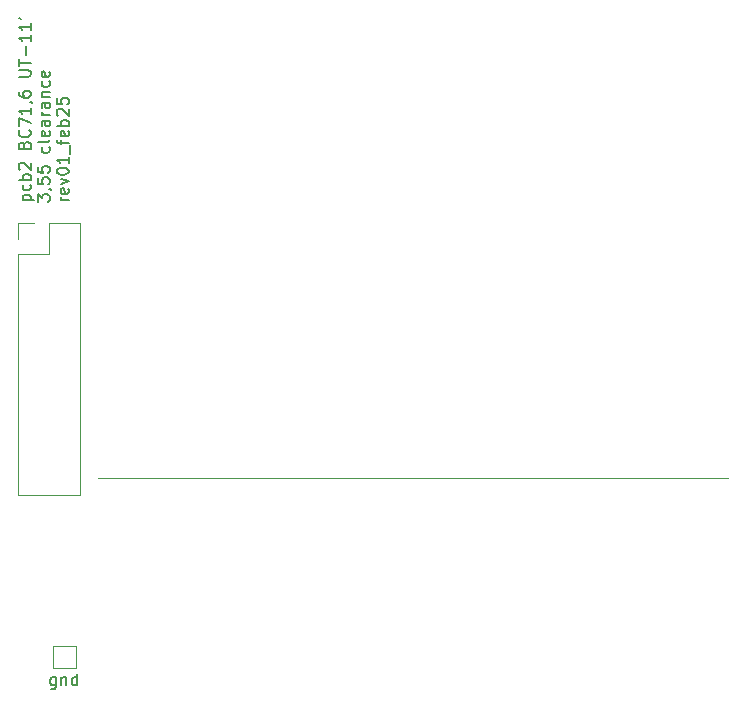
<source format=gto>
G04 #@! TF.GenerationSoftware,KiCad,Pcbnew,8.0.8*
G04 #@! TF.CreationDate,2025-02-19T14:08:19-05:00*
G04 #@! TF.ProjectId,plot_gerbers,706c6f74-5f67-4657-9262-6572732e6b69,rev?*
G04 #@! TF.SameCoordinates,Original*
G04 #@! TF.FileFunction,Legend,Top*
G04 #@! TF.FilePolarity,Positive*
%FSLAX46Y46*%
G04 Gerber Fmt 4.6, Leading zero omitted, Abs format (unit mm)*
G04 Created by KiCad (PCBNEW 8.0.8) date 2025-02-19 14:08:19*
%MOMM*%
%LPD*%
G01*
G04 APERTURE LIST*
%ADD10C,0.150000*%
%ADD11C,0.120000*%
%ADD12C,1.700000*%
%ADD13O,1.700000X1.700000*%
%ADD14R,1.700000X1.700000*%
%ADD15R,1.500000X1.500000*%
G04 APERTURE END LIST*
D10*
X123493236Y-94543248D02*
X124493236Y-94543248D01*
X123540855Y-94543248D02*
X123493236Y-94448010D01*
X123493236Y-94448010D02*
X123493236Y-94257534D01*
X123493236Y-94257534D02*
X123540855Y-94162296D01*
X123540855Y-94162296D02*
X123588474Y-94114677D01*
X123588474Y-94114677D02*
X123683712Y-94067058D01*
X123683712Y-94067058D02*
X123969426Y-94067058D01*
X123969426Y-94067058D02*
X124064664Y-94114677D01*
X124064664Y-94114677D02*
X124112284Y-94162296D01*
X124112284Y-94162296D02*
X124159903Y-94257534D01*
X124159903Y-94257534D02*
X124159903Y-94448010D01*
X124159903Y-94448010D02*
X124112284Y-94543248D01*
X124112284Y-93209915D02*
X124159903Y-93305153D01*
X124159903Y-93305153D02*
X124159903Y-93495629D01*
X124159903Y-93495629D02*
X124112284Y-93590867D01*
X124112284Y-93590867D02*
X124064664Y-93638486D01*
X124064664Y-93638486D02*
X123969426Y-93686105D01*
X123969426Y-93686105D02*
X123683712Y-93686105D01*
X123683712Y-93686105D02*
X123588474Y-93638486D01*
X123588474Y-93638486D02*
X123540855Y-93590867D01*
X123540855Y-93590867D02*
X123493236Y-93495629D01*
X123493236Y-93495629D02*
X123493236Y-93305153D01*
X123493236Y-93305153D02*
X123540855Y-93209915D01*
X124159903Y-92781343D02*
X123159903Y-92781343D01*
X123540855Y-92781343D02*
X123493236Y-92686105D01*
X123493236Y-92686105D02*
X123493236Y-92495629D01*
X123493236Y-92495629D02*
X123540855Y-92400391D01*
X123540855Y-92400391D02*
X123588474Y-92352772D01*
X123588474Y-92352772D02*
X123683712Y-92305153D01*
X123683712Y-92305153D02*
X123969426Y-92305153D01*
X123969426Y-92305153D02*
X124064664Y-92352772D01*
X124064664Y-92352772D02*
X124112284Y-92400391D01*
X124112284Y-92400391D02*
X124159903Y-92495629D01*
X124159903Y-92495629D02*
X124159903Y-92686105D01*
X124159903Y-92686105D02*
X124112284Y-92781343D01*
X123255141Y-91924200D02*
X123207522Y-91876581D01*
X123207522Y-91876581D02*
X123159903Y-91781343D01*
X123159903Y-91781343D02*
X123159903Y-91543248D01*
X123159903Y-91543248D02*
X123207522Y-91448010D01*
X123207522Y-91448010D02*
X123255141Y-91400391D01*
X123255141Y-91400391D02*
X123350379Y-91352772D01*
X123350379Y-91352772D02*
X123445617Y-91352772D01*
X123445617Y-91352772D02*
X123588474Y-91400391D01*
X123588474Y-91400391D02*
X124159903Y-91971819D01*
X124159903Y-91971819D02*
X124159903Y-91352772D01*
X123636093Y-89828962D02*
X123683712Y-89686105D01*
X123683712Y-89686105D02*
X123731331Y-89638486D01*
X123731331Y-89638486D02*
X123826569Y-89590867D01*
X123826569Y-89590867D02*
X123969426Y-89590867D01*
X123969426Y-89590867D02*
X124064664Y-89638486D01*
X124064664Y-89638486D02*
X124112284Y-89686105D01*
X124112284Y-89686105D02*
X124159903Y-89781343D01*
X124159903Y-89781343D02*
X124159903Y-90162295D01*
X124159903Y-90162295D02*
X123159903Y-90162295D01*
X123159903Y-90162295D02*
X123159903Y-89828962D01*
X123159903Y-89828962D02*
X123207522Y-89733724D01*
X123207522Y-89733724D02*
X123255141Y-89686105D01*
X123255141Y-89686105D02*
X123350379Y-89638486D01*
X123350379Y-89638486D02*
X123445617Y-89638486D01*
X123445617Y-89638486D02*
X123540855Y-89686105D01*
X123540855Y-89686105D02*
X123588474Y-89733724D01*
X123588474Y-89733724D02*
X123636093Y-89828962D01*
X123636093Y-89828962D02*
X123636093Y-90162295D01*
X124064664Y-88590867D02*
X124112284Y-88638486D01*
X124112284Y-88638486D02*
X124159903Y-88781343D01*
X124159903Y-88781343D02*
X124159903Y-88876581D01*
X124159903Y-88876581D02*
X124112284Y-89019438D01*
X124112284Y-89019438D02*
X124017045Y-89114676D01*
X124017045Y-89114676D02*
X123921807Y-89162295D01*
X123921807Y-89162295D02*
X123731331Y-89209914D01*
X123731331Y-89209914D02*
X123588474Y-89209914D01*
X123588474Y-89209914D02*
X123397998Y-89162295D01*
X123397998Y-89162295D02*
X123302760Y-89114676D01*
X123302760Y-89114676D02*
X123207522Y-89019438D01*
X123207522Y-89019438D02*
X123159903Y-88876581D01*
X123159903Y-88876581D02*
X123159903Y-88781343D01*
X123159903Y-88781343D02*
X123207522Y-88638486D01*
X123207522Y-88638486D02*
X123255141Y-88590867D01*
X123159903Y-88257533D02*
X123159903Y-87590867D01*
X123159903Y-87590867D02*
X124159903Y-88019438D01*
X124159903Y-86686105D02*
X124159903Y-87257533D01*
X124159903Y-86971819D02*
X123159903Y-86971819D01*
X123159903Y-86971819D02*
X123302760Y-87067057D01*
X123302760Y-87067057D02*
X123397998Y-87162295D01*
X123397998Y-87162295D02*
X123445617Y-87257533D01*
X124112284Y-86209914D02*
X124159903Y-86209914D01*
X124159903Y-86209914D02*
X124255141Y-86257533D01*
X124255141Y-86257533D02*
X124302760Y-86305152D01*
X123159903Y-85352772D02*
X123159903Y-85543248D01*
X123159903Y-85543248D02*
X123207522Y-85638486D01*
X123207522Y-85638486D02*
X123255141Y-85686105D01*
X123255141Y-85686105D02*
X123397998Y-85781343D01*
X123397998Y-85781343D02*
X123588474Y-85828962D01*
X123588474Y-85828962D02*
X123969426Y-85828962D01*
X123969426Y-85828962D02*
X124064664Y-85781343D01*
X124064664Y-85781343D02*
X124112284Y-85733724D01*
X124112284Y-85733724D02*
X124159903Y-85638486D01*
X124159903Y-85638486D02*
X124159903Y-85448010D01*
X124159903Y-85448010D02*
X124112284Y-85352772D01*
X124112284Y-85352772D02*
X124064664Y-85305153D01*
X124064664Y-85305153D02*
X123969426Y-85257534D01*
X123969426Y-85257534D02*
X123731331Y-85257534D01*
X123731331Y-85257534D02*
X123636093Y-85305153D01*
X123636093Y-85305153D02*
X123588474Y-85352772D01*
X123588474Y-85352772D02*
X123540855Y-85448010D01*
X123540855Y-85448010D02*
X123540855Y-85638486D01*
X123540855Y-85638486D02*
X123588474Y-85733724D01*
X123588474Y-85733724D02*
X123636093Y-85781343D01*
X123636093Y-85781343D02*
X123731331Y-85828962D01*
X123159903Y-84067057D02*
X123969426Y-84067057D01*
X123969426Y-84067057D02*
X124064664Y-84019438D01*
X124064664Y-84019438D02*
X124112284Y-83971819D01*
X124112284Y-83971819D02*
X124159903Y-83876581D01*
X124159903Y-83876581D02*
X124159903Y-83686105D01*
X124159903Y-83686105D02*
X124112284Y-83590867D01*
X124112284Y-83590867D02*
X124064664Y-83543248D01*
X124064664Y-83543248D02*
X123969426Y-83495629D01*
X123969426Y-83495629D02*
X123159903Y-83495629D01*
X123159903Y-83162295D02*
X123159903Y-82590867D01*
X124159903Y-82876581D02*
X123159903Y-82876581D01*
X123778950Y-82257533D02*
X123778950Y-81495629D01*
X124159903Y-80495629D02*
X124159903Y-81067057D01*
X124159903Y-80781343D02*
X123159903Y-80781343D01*
X123159903Y-80781343D02*
X123302760Y-80876581D01*
X123302760Y-80876581D02*
X123397998Y-80971819D01*
X123397998Y-80971819D02*
X123445617Y-81067057D01*
X124159903Y-79543248D02*
X124159903Y-80114676D01*
X124159903Y-79828962D02*
X123159903Y-79828962D01*
X123159903Y-79828962D02*
X123302760Y-79924200D01*
X123302760Y-79924200D02*
X123397998Y-80019438D01*
X123397998Y-80019438D02*
X123445617Y-80114676D01*
X123159903Y-79067057D02*
X123350379Y-79162295D01*
X124769847Y-94638486D02*
X124769847Y-94019439D01*
X124769847Y-94019439D02*
X125150799Y-94352772D01*
X125150799Y-94352772D02*
X125150799Y-94209915D01*
X125150799Y-94209915D02*
X125198418Y-94114677D01*
X125198418Y-94114677D02*
X125246037Y-94067058D01*
X125246037Y-94067058D02*
X125341275Y-94019439D01*
X125341275Y-94019439D02*
X125579370Y-94019439D01*
X125579370Y-94019439D02*
X125674608Y-94067058D01*
X125674608Y-94067058D02*
X125722228Y-94114677D01*
X125722228Y-94114677D02*
X125769847Y-94209915D01*
X125769847Y-94209915D02*
X125769847Y-94495629D01*
X125769847Y-94495629D02*
X125722228Y-94590867D01*
X125722228Y-94590867D02*
X125674608Y-94638486D01*
X125722228Y-93543248D02*
X125769847Y-93543248D01*
X125769847Y-93543248D02*
X125865085Y-93590867D01*
X125865085Y-93590867D02*
X125912704Y-93638486D01*
X124769847Y-92638487D02*
X124769847Y-93114677D01*
X124769847Y-93114677D02*
X125246037Y-93162296D01*
X125246037Y-93162296D02*
X125198418Y-93114677D01*
X125198418Y-93114677D02*
X125150799Y-93019439D01*
X125150799Y-93019439D02*
X125150799Y-92781344D01*
X125150799Y-92781344D02*
X125198418Y-92686106D01*
X125198418Y-92686106D02*
X125246037Y-92638487D01*
X125246037Y-92638487D02*
X125341275Y-92590868D01*
X125341275Y-92590868D02*
X125579370Y-92590868D01*
X125579370Y-92590868D02*
X125674608Y-92638487D01*
X125674608Y-92638487D02*
X125722228Y-92686106D01*
X125722228Y-92686106D02*
X125769847Y-92781344D01*
X125769847Y-92781344D02*
X125769847Y-93019439D01*
X125769847Y-93019439D02*
X125722228Y-93114677D01*
X125722228Y-93114677D02*
X125674608Y-93162296D01*
X124769847Y-91686106D02*
X124769847Y-92162296D01*
X124769847Y-92162296D02*
X125246037Y-92209915D01*
X125246037Y-92209915D02*
X125198418Y-92162296D01*
X125198418Y-92162296D02*
X125150799Y-92067058D01*
X125150799Y-92067058D02*
X125150799Y-91828963D01*
X125150799Y-91828963D02*
X125198418Y-91733725D01*
X125198418Y-91733725D02*
X125246037Y-91686106D01*
X125246037Y-91686106D02*
X125341275Y-91638487D01*
X125341275Y-91638487D02*
X125579370Y-91638487D01*
X125579370Y-91638487D02*
X125674608Y-91686106D01*
X125674608Y-91686106D02*
X125722228Y-91733725D01*
X125722228Y-91733725D02*
X125769847Y-91828963D01*
X125769847Y-91828963D02*
X125769847Y-92067058D01*
X125769847Y-92067058D02*
X125722228Y-92162296D01*
X125722228Y-92162296D02*
X125674608Y-92209915D01*
X125722228Y-90019439D02*
X125769847Y-90114677D01*
X125769847Y-90114677D02*
X125769847Y-90305153D01*
X125769847Y-90305153D02*
X125722228Y-90400391D01*
X125722228Y-90400391D02*
X125674608Y-90448010D01*
X125674608Y-90448010D02*
X125579370Y-90495629D01*
X125579370Y-90495629D02*
X125293656Y-90495629D01*
X125293656Y-90495629D02*
X125198418Y-90448010D01*
X125198418Y-90448010D02*
X125150799Y-90400391D01*
X125150799Y-90400391D02*
X125103180Y-90305153D01*
X125103180Y-90305153D02*
X125103180Y-90114677D01*
X125103180Y-90114677D02*
X125150799Y-90019439D01*
X125769847Y-89448010D02*
X125722228Y-89543248D01*
X125722228Y-89543248D02*
X125626989Y-89590867D01*
X125626989Y-89590867D02*
X124769847Y-89590867D01*
X125722228Y-88686105D02*
X125769847Y-88781343D01*
X125769847Y-88781343D02*
X125769847Y-88971819D01*
X125769847Y-88971819D02*
X125722228Y-89067057D01*
X125722228Y-89067057D02*
X125626989Y-89114676D01*
X125626989Y-89114676D02*
X125246037Y-89114676D01*
X125246037Y-89114676D02*
X125150799Y-89067057D01*
X125150799Y-89067057D02*
X125103180Y-88971819D01*
X125103180Y-88971819D02*
X125103180Y-88781343D01*
X125103180Y-88781343D02*
X125150799Y-88686105D01*
X125150799Y-88686105D02*
X125246037Y-88638486D01*
X125246037Y-88638486D02*
X125341275Y-88638486D01*
X125341275Y-88638486D02*
X125436513Y-89114676D01*
X125769847Y-87781343D02*
X125246037Y-87781343D01*
X125246037Y-87781343D02*
X125150799Y-87828962D01*
X125150799Y-87828962D02*
X125103180Y-87924200D01*
X125103180Y-87924200D02*
X125103180Y-88114676D01*
X125103180Y-88114676D02*
X125150799Y-88209914D01*
X125722228Y-87781343D02*
X125769847Y-87876581D01*
X125769847Y-87876581D02*
X125769847Y-88114676D01*
X125769847Y-88114676D02*
X125722228Y-88209914D01*
X125722228Y-88209914D02*
X125626989Y-88257533D01*
X125626989Y-88257533D02*
X125531751Y-88257533D01*
X125531751Y-88257533D02*
X125436513Y-88209914D01*
X125436513Y-88209914D02*
X125388894Y-88114676D01*
X125388894Y-88114676D02*
X125388894Y-87876581D01*
X125388894Y-87876581D02*
X125341275Y-87781343D01*
X125769847Y-87305152D02*
X125103180Y-87305152D01*
X125293656Y-87305152D02*
X125198418Y-87257533D01*
X125198418Y-87257533D02*
X125150799Y-87209914D01*
X125150799Y-87209914D02*
X125103180Y-87114676D01*
X125103180Y-87114676D02*
X125103180Y-87019438D01*
X125769847Y-86257533D02*
X125246037Y-86257533D01*
X125246037Y-86257533D02*
X125150799Y-86305152D01*
X125150799Y-86305152D02*
X125103180Y-86400390D01*
X125103180Y-86400390D02*
X125103180Y-86590866D01*
X125103180Y-86590866D02*
X125150799Y-86686104D01*
X125722228Y-86257533D02*
X125769847Y-86352771D01*
X125769847Y-86352771D02*
X125769847Y-86590866D01*
X125769847Y-86590866D02*
X125722228Y-86686104D01*
X125722228Y-86686104D02*
X125626989Y-86733723D01*
X125626989Y-86733723D02*
X125531751Y-86733723D01*
X125531751Y-86733723D02*
X125436513Y-86686104D01*
X125436513Y-86686104D02*
X125388894Y-86590866D01*
X125388894Y-86590866D02*
X125388894Y-86352771D01*
X125388894Y-86352771D02*
X125341275Y-86257533D01*
X125103180Y-85781342D02*
X125769847Y-85781342D01*
X125198418Y-85781342D02*
X125150799Y-85733723D01*
X125150799Y-85733723D02*
X125103180Y-85638485D01*
X125103180Y-85638485D02*
X125103180Y-85495628D01*
X125103180Y-85495628D02*
X125150799Y-85400390D01*
X125150799Y-85400390D02*
X125246037Y-85352771D01*
X125246037Y-85352771D02*
X125769847Y-85352771D01*
X125722228Y-84448009D02*
X125769847Y-84543247D01*
X125769847Y-84543247D02*
X125769847Y-84733723D01*
X125769847Y-84733723D02*
X125722228Y-84828961D01*
X125722228Y-84828961D02*
X125674608Y-84876580D01*
X125674608Y-84876580D02*
X125579370Y-84924199D01*
X125579370Y-84924199D02*
X125293656Y-84924199D01*
X125293656Y-84924199D02*
X125198418Y-84876580D01*
X125198418Y-84876580D02*
X125150799Y-84828961D01*
X125150799Y-84828961D02*
X125103180Y-84733723D01*
X125103180Y-84733723D02*
X125103180Y-84543247D01*
X125103180Y-84543247D02*
X125150799Y-84448009D01*
X125722228Y-83638485D02*
X125769847Y-83733723D01*
X125769847Y-83733723D02*
X125769847Y-83924199D01*
X125769847Y-83924199D02*
X125722228Y-84019437D01*
X125722228Y-84019437D02*
X125626989Y-84067056D01*
X125626989Y-84067056D02*
X125246037Y-84067056D01*
X125246037Y-84067056D02*
X125150799Y-84019437D01*
X125150799Y-84019437D02*
X125103180Y-83924199D01*
X125103180Y-83924199D02*
X125103180Y-83733723D01*
X125103180Y-83733723D02*
X125150799Y-83638485D01*
X125150799Y-83638485D02*
X125246037Y-83590866D01*
X125246037Y-83590866D02*
X125341275Y-83590866D01*
X125341275Y-83590866D02*
X125436513Y-84067056D01*
X127379791Y-94543248D02*
X126713124Y-94543248D01*
X126903600Y-94543248D02*
X126808362Y-94495629D01*
X126808362Y-94495629D02*
X126760743Y-94448010D01*
X126760743Y-94448010D02*
X126713124Y-94352772D01*
X126713124Y-94352772D02*
X126713124Y-94257534D01*
X127332172Y-93543248D02*
X127379791Y-93638486D01*
X127379791Y-93638486D02*
X127379791Y-93828962D01*
X127379791Y-93828962D02*
X127332172Y-93924200D01*
X127332172Y-93924200D02*
X127236933Y-93971819D01*
X127236933Y-93971819D02*
X126855981Y-93971819D01*
X126855981Y-93971819D02*
X126760743Y-93924200D01*
X126760743Y-93924200D02*
X126713124Y-93828962D01*
X126713124Y-93828962D02*
X126713124Y-93638486D01*
X126713124Y-93638486D02*
X126760743Y-93543248D01*
X126760743Y-93543248D02*
X126855981Y-93495629D01*
X126855981Y-93495629D02*
X126951219Y-93495629D01*
X126951219Y-93495629D02*
X127046457Y-93971819D01*
X126713124Y-93162295D02*
X127379791Y-92924200D01*
X127379791Y-92924200D02*
X126713124Y-92686105D01*
X126379791Y-92114676D02*
X126379791Y-92019438D01*
X126379791Y-92019438D02*
X126427410Y-91924200D01*
X126427410Y-91924200D02*
X126475029Y-91876581D01*
X126475029Y-91876581D02*
X126570267Y-91828962D01*
X126570267Y-91828962D02*
X126760743Y-91781343D01*
X126760743Y-91781343D02*
X126998838Y-91781343D01*
X126998838Y-91781343D02*
X127189314Y-91828962D01*
X127189314Y-91828962D02*
X127284552Y-91876581D01*
X127284552Y-91876581D02*
X127332172Y-91924200D01*
X127332172Y-91924200D02*
X127379791Y-92019438D01*
X127379791Y-92019438D02*
X127379791Y-92114676D01*
X127379791Y-92114676D02*
X127332172Y-92209914D01*
X127332172Y-92209914D02*
X127284552Y-92257533D01*
X127284552Y-92257533D02*
X127189314Y-92305152D01*
X127189314Y-92305152D02*
X126998838Y-92352771D01*
X126998838Y-92352771D02*
X126760743Y-92352771D01*
X126760743Y-92352771D02*
X126570267Y-92305152D01*
X126570267Y-92305152D02*
X126475029Y-92257533D01*
X126475029Y-92257533D02*
X126427410Y-92209914D01*
X126427410Y-92209914D02*
X126379791Y-92114676D01*
X127379791Y-90828962D02*
X127379791Y-91400390D01*
X127379791Y-91114676D02*
X126379791Y-91114676D01*
X126379791Y-91114676D02*
X126522648Y-91209914D01*
X126522648Y-91209914D02*
X126617886Y-91305152D01*
X126617886Y-91305152D02*
X126665505Y-91400390D01*
X127475029Y-90638486D02*
X127475029Y-89876581D01*
X126713124Y-89781342D02*
X126713124Y-89400390D01*
X127379791Y-89638485D02*
X126522648Y-89638485D01*
X126522648Y-89638485D02*
X126427410Y-89590866D01*
X126427410Y-89590866D02*
X126379791Y-89495628D01*
X126379791Y-89495628D02*
X126379791Y-89400390D01*
X127332172Y-88686104D02*
X127379791Y-88781342D01*
X127379791Y-88781342D02*
X127379791Y-88971818D01*
X127379791Y-88971818D02*
X127332172Y-89067056D01*
X127332172Y-89067056D02*
X127236933Y-89114675D01*
X127236933Y-89114675D02*
X126855981Y-89114675D01*
X126855981Y-89114675D02*
X126760743Y-89067056D01*
X126760743Y-89067056D02*
X126713124Y-88971818D01*
X126713124Y-88971818D02*
X126713124Y-88781342D01*
X126713124Y-88781342D02*
X126760743Y-88686104D01*
X126760743Y-88686104D02*
X126855981Y-88638485D01*
X126855981Y-88638485D02*
X126951219Y-88638485D01*
X126951219Y-88638485D02*
X127046457Y-89114675D01*
X127379791Y-88209913D02*
X126379791Y-88209913D01*
X126760743Y-88209913D02*
X126713124Y-88114675D01*
X126713124Y-88114675D02*
X126713124Y-87924199D01*
X126713124Y-87924199D02*
X126760743Y-87828961D01*
X126760743Y-87828961D02*
X126808362Y-87781342D01*
X126808362Y-87781342D02*
X126903600Y-87733723D01*
X126903600Y-87733723D02*
X127189314Y-87733723D01*
X127189314Y-87733723D02*
X127284552Y-87781342D01*
X127284552Y-87781342D02*
X127332172Y-87828961D01*
X127332172Y-87828961D02*
X127379791Y-87924199D01*
X127379791Y-87924199D02*
X127379791Y-88114675D01*
X127379791Y-88114675D02*
X127332172Y-88209913D01*
X126475029Y-87352770D02*
X126427410Y-87305151D01*
X126427410Y-87305151D02*
X126379791Y-87209913D01*
X126379791Y-87209913D02*
X126379791Y-86971818D01*
X126379791Y-86971818D02*
X126427410Y-86876580D01*
X126427410Y-86876580D02*
X126475029Y-86828961D01*
X126475029Y-86828961D02*
X126570267Y-86781342D01*
X126570267Y-86781342D02*
X126665505Y-86781342D01*
X126665505Y-86781342D02*
X126808362Y-86828961D01*
X126808362Y-86828961D02*
X127379791Y-87400389D01*
X127379791Y-87400389D02*
X127379791Y-86781342D01*
X126379791Y-85876580D02*
X126379791Y-86352770D01*
X126379791Y-86352770D02*
X126855981Y-86400389D01*
X126855981Y-86400389D02*
X126808362Y-86352770D01*
X126808362Y-86352770D02*
X126760743Y-86257532D01*
X126760743Y-86257532D02*
X126760743Y-86019437D01*
X126760743Y-86019437D02*
X126808362Y-85924199D01*
X126808362Y-85924199D02*
X126855981Y-85876580D01*
X126855981Y-85876580D02*
X126951219Y-85828961D01*
X126951219Y-85828961D02*
X127189314Y-85828961D01*
X127189314Y-85828961D02*
X127284552Y-85876580D01*
X127284552Y-85876580D02*
X127332172Y-85924199D01*
X127332172Y-85924199D02*
X127379791Y-86019437D01*
X127379791Y-86019437D02*
X127379791Y-86257532D01*
X127379791Y-86257532D02*
X127332172Y-86352770D01*
X127332172Y-86352770D02*
X127284552Y-86400389D01*
X126299495Y-134928180D02*
X126299495Y-135737704D01*
X126299495Y-135737704D02*
X126251876Y-135832942D01*
X126251876Y-135832942D02*
X126204257Y-135880561D01*
X126204257Y-135880561D02*
X126109019Y-135928180D01*
X126109019Y-135928180D02*
X125966162Y-135928180D01*
X125966162Y-135928180D02*
X125870924Y-135880561D01*
X126299495Y-135547228D02*
X126204257Y-135594847D01*
X126204257Y-135594847D02*
X126013781Y-135594847D01*
X126013781Y-135594847D02*
X125918543Y-135547228D01*
X125918543Y-135547228D02*
X125870924Y-135499608D01*
X125870924Y-135499608D02*
X125823305Y-135404370D01*
X125823305Y-135404370D02*
X125823305Y-135118656D01*
X125823305Y-135118656D02*
X125870924Y-135023418D01*
X125870924Y-135023418D02*
X125918543Y-134975799D01*
X125918543Y-134975799D02*
X126013781Y-134928180D01*
X126013781Y-134928180D02*
X126204257Y-134928180D01*
X126204257Y-134928180D02*
X126299495Y-134975799D01*
X126775686Y-134928180D02*
X126775686Y-135594847D01*
X126775686Y-135023418D02*
X126823305Y-134975799D01*
X126823305Y-134975799D02*
X126918543Y-134928180D01*
X126918543Y-134928180D02*
X127061400Y-134928180D01*
X127061400Y-134928180D02*
X127156638Y-134975799D01*
X127156638Y-134975799D02*
X127204257Y-135071037D01*
X127204257Y-135071037D02*
X127204257Y-135594847D01*
X128109019Y-135594847D02*
X128109019Y-134594847D01*
X128109019Y-135547228D02*
X128013781Y-135594847D01*
X128013781Y-135594847D02*
X127823305Y-135594847D01*
X127823305Y-135594847D02*
X127728067Y-135547228D01*
X127728067Y-135547228D02*
X127680448Y-135499608D01*
X127680448Y-135499608D02*
X127632829Y-135404370D01*
X127632829Y-135404370D02*
X127632829Y-135118656D01*
X127632829Y-135118656D02*
X127680448Y-135023418D01*
X127680448Y-135023418D02*
X127728067Y-134975799D01*
X127728067Y-134975799D02*
X127823305Y-134928180D01*
X127823305Y-134928180D02*
X128013781Y-134928180D01*
X128013781Y-134928180D02*
X128109019Y-134975799D01*
D11*
X123139972Y-96460028D02*
X124469972Y-96460028D01*
X123139972Y-97790028D02*
X123139972Y-96460028D01*
X123139972Y-99060028D02*
X123139972Y-119440028D01*
X123139972Y-99060028D02*
X125739972Y-99060028D01*
X123139972Y-119440028D02*
X128339972Y-119440028D01*
X125739972Y-96460028D02*
X128339972Y-96460028D01*
X125739972Y-99060028D02*
X125739972Y-96460028D01*
X128339972Y-96460028D02*
X128339972Y-119440028D01*
X126069972Y-132260028D02*
X127969972Y-132260028D01*
X126069972Y-134160028D02*
X126069972Y-132260028D01*
X127969972Y-132260028D02*
X127969972Y-134160028D01*
X127969972Y-134160028D02*
X126069972Y-134160028D01*
X183209972Y-118000028D02*
X129869972Y-118000028D01*
%LPC*%
D12*
X132379972Y-89925028D03*
X132379972Y-87385028D03*
X132379972Y-84845028D03*
X132379972Y-82305028D03*
D13*
X134919972Y-89925028D03*
X134919972Y-87385028D03*
X134919972Y-84845028D03*
X134919972Y-82305028D03*
X137459972Y-89925028D03*
X137459972Y-87385028D03*
X137459972Y-84845028D03*
X137459972Y-82305028D03*
X139999972Y-89925028D03*
X139999972Y-87385028D03*
X139999972Y-84845028D03*
X139999972Y-82305028D03*
X142539972Y-89925028D03*
X142539972Y-87385028D03*
X142539972Y-84845028D03*
X142539972Y-82305028D03*
X145079972Y-89925028D03*
X145079972Y-87385028D03*
X145079972Y-84845028D03*
X145079972Y-82305028D03*
X147619972Y-89925028D03*
X147619972Y-87385028D03*
X147619972Y-84845028D03*
X147619972Y-82305028D03*
X150159972Y-89925028D03*
X150159972Y-87385028D03*
X150159972Y-84845028D03*
X150159972Y-82305028D03*
X152699972Y-89925028D03*
X152699972Y-87385028D03*
X152699972Y-84845028D03*
X152699972Y-82305028D03*
X155239972Y-89925028D03*
X155239972Y-87385028D03*
X155239972Y-84845028D03*
X155239972Y-82305028D03*
X157779972Y-89925028D03*
X157779972Y-87385028D03*
X157779972Y-84845028D03*
X157779972Y-82305028D03*
X160319972Y-89925028D03*
X160319972Y-87385028D03*
X160319972Y-84845028D03*
X160319972Y-82305028D03*
X162859972Y-89925028D03*
X162859972Y-87385028D03*
X162859972Y-84845028D03*
X162859972Y-82305028D03*
X165399972Y-89925028D03*
X165399972Y-87385028D03*
X165399972Y-84845028D03*
X165399972Y-82305028D03*
X167939972Y-89925028D03*
X167939972Y-87385028D03*
X167939972Y-84845028D03*
X167939972Y-82305028D03*
X170479972Y-89925028D03*
X170479972Y-87385028D03*
X170479972Y-84845028D03*
X170479972Y-82305028D03*
X173019972Y-89925028D03*
X173019972Y-87385028D03*
X173019972Y-84845028D03*
X173019972Y-82305028D03*
X175559972Y-89925028D03*
X175559972Y-87385028D03*
X175559972Y-84845028D03*
X175559972Y-82305028D03*
X178099972Y-89925028D03*
X178099972Y-87385028D03*
X178099972Y-84845028D03*
X178099972Y-82305028D03*
X180639972Y-89925028D03*
X180639972Y-87385028D03*
X180639972Y-84845028D03*
X180639972Y-82305028D03*
D14*
X124469972Y-97790028D03*
D13*
X127009972Y-97790028D03*
X124469972Y-100330028D03*
X127009972Y-100330028D03*
X124469972Y-102870028D03*
X127009972Y-102870028D03*
X124469972Y-105410028D03*
X127009972Y-105410028D03*
X124469972Y-107950028D03*
X127009972Y-107950028D03*
X124469972Y-110490028D03*
X127009972Y-110490028D03*
X124469972Y-113030028D03*
X127009972Y-113030028D03*
X124469972Y-115570028D03*
X127009972Y-115570028D03*
X124469972Y-118110028D03*
X127009972Y-118110028D03*
D15*
X127019972Y-133210028D03*
D12*
X180669972Y-102760028D03*
X180669972Y-105300028D03*
X180669972Y-107840028D03*
X180669972Y-110380028D03*
X180669972Y-112920028D03*
X180669972Y-115460028D03*
D13*
X178129972Y-102760028D03*
X178129972Y-105300028D03*
X178129972Y-107840028D03*
X178129972Y-110380028D03*
X178129972Y-112920028D03*
X178129972Y-115460028D03*
X175589972Y-102760028D03*
X175589972Y-105300028D03*
X175589972Y-107840028D03*
X175589972Y-110380028D03*
X175589972Y-112920028D03*
X175589972Y-115460028D03*
X173049972Y-102760028D03*
X173049972Y-105300028D03*
X173049972Y-107840028D03*
X173049972Y-110380028D03*
X173049972Y-112920028D03*
X173049972Y-115460028D03*
X170509972Y-102760028D03*
X170509972Y-105300028D03*
X170509972Y-107840028D03*
X170509972Y-110380028D03*
X170509972Y-112920028D03*
X170509972Y-115460028D03*
X167969972Y-102760028D03*
X167969972Y-105300028D03*
X167969972Y-107840028D03*
X167969972Y-110380028D03*
X167969972Y-112920028D03*
X167969972Y-115460028D03*
X165429972Y-102760028D03*
X165429972Y-105300028D03*
X165429972Y-107840028D03*
X165429972Y-110380028D03*
X165429972Y-112920028D03*
X165429972Y-115460028D03*
X162889972Y-102760028D03*
X162889972Y-105300028D03*
X162889972Y-107840028D03*
X162889972Y-110380028D03*
X162889972Y-112920028D03*
X162889972Y-115460028D03*
X160349972Y-102760028D03*
X160349972Y-105300028D03*
X160349972Y-107840028D03*
X160349972Y-110380028D03*
X160349972Y-112920028D03*
X160349972Y-115460028D03*
X157809972Y-102760028D03*
X157809972Y-105300028D03*
X157809972Y-107840028D03*
X157809972Y-110380028D03*
X157809972Y-112920028D03*
X157809972Y-115460028D03*
X155269972Y-102760028D03*
X155269972Y-105300028D03*
X155269972Y-107840028D03*
X155269972Y-110380028D03*
X155269972Y-112920028D03*
X155269972Y-115460028D03*
X152729972Y-102760028D03*
X152729972Y-105300028D03*
X152729972Y-107840028D03*
X152729972Y-110380028D03*
X152729972Y-112920028D03*
X152729972Y-115460028D03*
X150189972Y-102760028D03*
X150189972Y-105300028D03*
X150189972Y-107840028D03*
X150189972Y-110380028D03*
X150189972Y-112920028D03*
X150189972Y-115460028D03*
X147649972Y-102760028D03*
X147649972Y-105300028D03*
X147649972Y-107840028D03*
X147649972Y-110380028D03*
X147649972Y-112920028D03*
X147649972Y-115460028D03*
X145109972Y-102760028D03*
X145109972Y-105300028D03*
X145109972Y-107840028D03*
X145109972Y-110380028D03*
X145109972Y-112920028D03*
X145109972Y-115460028D03*
X142569972Y-102760028D03*
X142569972Y-105300028D03*
X142569972Y-107840028D03*
X142569972Y-110380028D03*
X142569972Y-112920028D03*
X142569972Y-115460028D03*
X140029972Y-102760028D03*
X140029972Y-105300028D03*
X140029972Y-107840028D03*
X140029972Y-110380028D03*
X140029972Y-112920028D03*
X140029972Y-115460028D03*
X137489972Y-102760028D03*
X137489972Y-105300028D03*
X137489972Y-107840028D03*
X137489972Y-110380028D03*
X137489972Y-112920028D03*
X137489972Y-115460028D03*
X134949972Y-102760028D03*
X134949972Y-105300028D03*
X134949972Y-107840028D03*
X134949972Y-110380028D03*
X134949972Y-112920028D03*
X134949972Y-115460028D03*
X132409972Y-102760028D03*
X132409972Y-105300028D03*
X132409972Y-107840028D03*
X132409972Y-110380028D03*
X132409972Y-112920028D03*
X132409972Y-115460028D03*
D12*
X180669972Y-120540028D03*
X180669972Y-123080028D03*
X180669972Y-125620028D03*
X180669972Y-128160028D03*
X180669972Y-130700028D03*
X180669972Y-133240028D03*
D13*
X178129972Y-120540028D03*
X178129972Y-123080028D03*
X178129972Y-125620028D03*
X178129972Y-128160028D03*
X178129972Y-130700028D03*
X178129972Y-133240028D03*
X175589972Y-120540028D03*
X175589972Y-123080028D03*
X175589972Y-125620028D03*
X175589972Y-128160028D03*
X175589972Y-130700028D03*
X175589972Y-133240028D03*
X173049972Y-120540028D03*
X173049972Y-123080028D03*
X173049972Y-125620028D03*
X173049972Y-128160028D03*
X173049972Y-130700028D03*
X173049972Y-133240028D03*
X170509972Y-120540028D03*
X170509972Y-123080028D03*
X170509972Y-125620028D03*
X170509972Y-128160028D03*
X170509972Y-130700028D03*
X170509972Y-133240028D03*
X167969972Y-120540028D03*
X167969972Y-123080028D03*
X167969972Y-125620028D03*
X167969972Y-128160028D03*
X167969972Y-130700028D03*
X167969972Y-133240028D03*
X165429972Y-120540028D03*
X165429972Y-123080028D03*
X165429972Y-125620028D03*
X165429972Y-128160028D03*
X165429972Y-130700028D03*
X165429972Y-133240028D03*
X162889972Y-120540028D03*
X162889972Y-123080028D03*
X162889972Y-125620028D03*
X162889972Y-128160028D03*
X162889972Y-130700028D03*
X162889972Y-133240028D03*
X160349972Y-120540028D03*
X160349972Y-123080028D03*
X160349972Y-125620028D03*
X160349972Y-128160028D03*
X160349972Y-130700028D03*
X160349972Y-133240028D03*
X157809972Y-120540028D03*
X157809972Y-123080028D03*
X157809972Y-125620028D03*
X157809972Y-128160028D03*
X157809972Y-130700028D03*
X157809972Y-133240028D03*
X155269972Y-120540028D03*
X155269972Y-123080028D03*
X155269972Y-125620028D03*
X155269972Y-128160028D03*
X155269972Y-130700028D03*
X155269972Y-133240028D03*
X152729972Y-120540028D03*
X152729972Y-123080028D03*
X152729972Y-125620028D03*
X152729972Y-128160028D03*
X152729972Y-130700028D03*
X152729972Y-133240028D03*
X150189972Y-120540028D03*
X150189972Y-123080028D03*
X150189972Y-125620028D03*
X150189972Y-128160028D03*
X150189972Y-130700028D03*
X150189972Y-133240028D03*
X147649972Y-120540028D03*
X147649972Y-123080028D03*
X147649972Y-125620028D03*
X147649972Y-128160028D03*
X147649972Y-130700028D03*
X147649972Y-133240028D03*
X145109972Y-120540028D03*
X145109972Y-123080028D03*
X145109972Y-125620028D03*
X145109972Y-128160028D03*
X145109972Y-130700028D03*
X145109972Y-133240028D03*
X142569972Y-120540028D03*
X142569972Y-123080028D03*
X142569972Y-125620028D03*
X142569972Y-128160028D03*
X142569972Y-130700028D03*
X142569972Y-133240028D03*
X140029972Y-120540028D03*
X140029972Y-123080028D03*
X140029972Y-125620028D03*
X140029972Y-128160028D03*
X140029972Y-130700028D03*
X140029972Y-133240028D03*
X137489972Y-120540028D03*
X137489972Y-123080028D03*
X137489972Y-125620028D03*
X137489972Y-128160028D03*
X137489972Y-130700028D03*
X137489972Y-133240028D03*
X134949972Y-120540028D03*
X134949972Y-123080028D03*
X134949972Y-125620028D03*
X134949972Y-128160028D03*
X134949972Y-130700028D03*
X134949972Y-133240028D03*
X132409972Y-120540028D03*
X132409972Y-123080028D03*
X132409972Y-125620028D03*
X132409972Y-128160028D03*
X132409972Y-130700028D03*
X132409972Y-133240028D03*
X132429972Y-94860028D03*
X132429972Y-97400028D03*
X134969972Y-94860028D03*
X134969972Y-97400028D03*
X137509972Y-94860028D03*
X137509972Y-97400028D03*
X140049972Y-94860028D03*
X140049972Y-97400028D03*
X142589972Y-94860028D03*
X142589972Y-97400028D03*
X145129972Y-94860028D03*
X145129972Y-97400028D03*
X147669972Y-94860028D03*
X147669972Y-97400028D03*
X150209972Y-94860028D03*
X150209972Y-97400028D03*
X152749972Y-94860028D03*
X152749972Y-97400028D03*
X155289972Y-94860028D03*
X155289972Y-97400028D03*
X157829972Y-94860028D03*
X157829972Y-97400028D03*
X160369972Y-94860028D03*
X160369972Y-97400028D03*
%LPD*%
M02*

</source>
